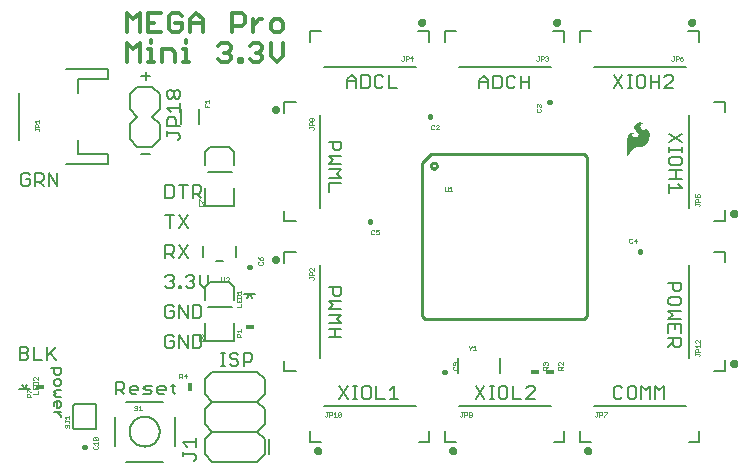
<source format=gbr>
G04 EAGLE Gerber RS-274X export*
G75*
%MOMM*%
%FSLAX34Y34*%
%LPD*%
%INSilkscreen Top*%
%IPPOS*%
%AMOC8*
5,1,8,0,0,1.08239X$1,22.5*%
G01*
%ADD10C,0.355600*%
%ADD11C,0.203200*%
%ADD12C,0.152400*%
%ADD13C,0.254000*%
%ADD14C,0.025400*%
%ADD15C,0.127000*%
%ADD16R,0.711200X0.406400*%
%ADD17C,0.406400*%
%ADD18R,0.406400X0.711200*%

G36*
X523250Y271681D02*
X523250Y271681D01*
X523254Y271679D01*
X523324Y271715D01*
X523334Y271720D01*
X523335Y271721D01*
X528207Y277203D01*
X529061Y277985D01*
X530051Y278574D01*
X530402Y278701D01*
X530770Y278766D01*
X533045Y278766D01*
X533050Y278768D01*
X533056Y278766D01*
X534420Y278890D01*
X534430Y278896D01*
X534442Y278894D01*
X535761Y279262D01*
X535769Y279270D01*
X535782Y279271D01*
X537012Y279871D01*
X537019Y279878D01*
X537030Y279881D01*
X538187Y280698D01*
X538192Y280706D01*
X538201Y280709D01*
X539232Y281681D01*
X539235Y281689D01*
X539241Y281691D01*
X539242Y281693D01*
X539244Y281694D01*
X540129Y282801D01*
X540131Y282811D01*
X540140Y282818D01*
X541087Y284499D01*
X541088Y284510D01*
X541096Y284520D01*
X541724Y286344D01*
X541723Y286355D01*
X541730Y286366D01*
X542018Y288273D01*
X542015Y288284D01*
X542020Y288296D01*
X542018Y288348D01*
X542010Y288600D01*
X542006Y288726D01*
X542006Y288727D01*
X541998Y288979D01*
X541990Y289232D01*
X541986Y289358D01*
X541978Y289610D01*
X541967Y289989D01*
X541959Y290224D01*
X541955Y290233D01*
X541957Y290245D01*
X541750Y291284D01*
X541745Y291292D01*
X541745Y291303D01*
X541387Y292300D01*
X541381Y292307D01*
X541380Y292318D01*
X540878Y293252D01*
X540869Y293259D01*
X540866Y293271D01*
X539959Y294408D01*
X539948Y294414D01*
X539941Y294427D01*
X538815Y295348D01*
X538772Y295360D01*
X538731Y295376D01*
X538726Y295374D01*
X538720Y295375D01*
X538682Y295354D01*
X538642Y295335D01*
X538639Y295329D01*
X538635Y295327D01*
X538627Y295298D01*
X538609Y295250D01*
X538609Y294370D01*
X538593Y294250D01*
X538549Y294147D01*
X538275Y293807D01*
X537914Y293559D01*
X537740Y293494D01*
X537202Y293436D01*
X536672Y293534D01*
X536184Y293783D01*
X535282Y294434D01*
X534870Y294788D01*
X534519Y295198D01*
X534236Y295656D01*
X534030Y296150D01*
X533971Y296450D01*
X533983Y296753D01*
X534140Y297272D01*
X534426Y297732D01*
X534821Y298102D01*
X535302Y298357D01*
X535792Y298496D01*
X536303Y298553D01*
X536906Y298553D01*
X536907Y298553D01*
X536929Y298562D01*
X536997Y298591D01*
X537032Y298683D01*
X537028Y298692D01*
X536994Y298768D01*
X536992Y298771D01*
X536991Y298772D01*
X536990Y298773D01*
X536969Y298793D01*
X536962Y298796D01*
X536958Y298804D01*
X536523Y299142D01*
X536508Y299146D01*
X536496Y299158D01*
X535992Y299379D01*
X535991Y299379D01*
X535635Y299531D01*
X535407Y299632D01*
X535397Y299633D01*
X535387Y299639D01*
X534509Y299859D01*
X534500Y299858D01*
X534490Y299862D01*
X533590Y299948D01*
X533580Y299944D01*
X533568Y299948D01*
X532700Y299882D01*
X532689Y299876D01*
X532676Y299877D01*
X531836Y299646D01*
X531826Y299638D01*
X531813Y299637D01*
X531033Y299249D01*
X531026Y299241D01*
X531015Y299238D01*
X530238Y298678D01*
X530234Y298671D01*
X530225Y298667D01*
X529529Y298009D01*
X529524Y297998D01*
X529513Y297990D01*
X529082Y297387D01*
X529079Y297372D01*
X529067Y297359D01*
X528800Y296667D01*
X528800Y296651D01*
X528792Y296636D01*
X528705Y295899D01*
X528710Y295884D01*
X528706Y295867D01*
X528805Y295132D01*
X528813Y295119D01*
X528813Y295102D01*
X529093Y294414D01*
X529102Y294405D01*
X529105Y294391D01*
X530292Y292633D01*
X530300Y292628D01*
X530304Y292617D01*
X531757Y291076D01*
X532127Y290641D01*
X532367Y290138D01*
X532469Y289590D01*
X532426Y289034D01*
X532240Y288509D01*
X531925Y288049D01*
X531500Y287684D01*
X530957Y287391D01*
X530371Y287193D01*
X529761Y287096D01*
X529050Y287131D01*
X528372Y287338D01*
X527766Y287703D01*
X527453Y288031D01*
X527247Y288435D01*
X527154Y288851D01*
X527154Y289279D01*
X527247Y289694D01*
X527319Y289832D01*
X527437Y289946D01*
X528261Y290545D01*
X528394Y290616D01*
X528532Y290644D01*
X528690Y290628D01*
X528733Y290642D01*
X528778Y290653D01*
X528780Y290657D01*
X528784Y290658D01*
X528804Y290699D01*
X528827Y290738D01*
X528826Y290742D01*
X528828Y290746D01*
X528813Y290789D01*
X528800Y290833D01*
X528797Y290835D01*
X528796Y290839D01*
X528758Y290858D01*
X528722Y290879D01*
X528239Y290955D01*
X528234Y290954D01*
X528229Y290956D01*
X527289Y291029D01*
X527280Y291026D01*
X527269Y291029D01*
X526329Y290956D01*
X526319Y290951D01*
X526307Y290952D01*
X525608Y290768D01*
X525598Y290760D01*
X525584Y290759D01*
X524936Y290438D01*
X524928Y290429D01*
X524914Y290425D01*
X524344Y289980D01*
X524338Y289969D01*
X524326Y289963D01*
X523856Y289413D01*
X523852Y289401D01*
X523841Y289392D01*
X523440Y288660D01*
X523439Y288647D01*
X523430Y288636D01*
X523190Y287837D01*
X523191Y287824D01*
X523185Y287811D01*
X523115Y286980D01*
X523117Y286974D01*
X523115Y286969D01*
X523115Y271805D01*
X523117Y271800D01*
X523115Y271796D01*
X523136Y271756D01*
X523153Y271714D01*
X523158Y271713D01*
X523160Y271708D01*
X523203Y271695D01*
X523245Y271679D01*
X523250Y271681D01*
G37*
D10*
X99568Y376428D02*
X99568Y392189D01*
X104822Y386936D01*
X110076Y392189D01*
X110076Y376428D01*
X117343Y392189D02*
X127850Y392189D01*
X117343Y392189D02*
X117343Y376428D01*
X127850Y376428D01*
X122597Y384309D02*
X117343Y384309D01*
X142998Y392189D02*
X145625Y389563D01*
X142998Y392189D02*
X137745Y392189D01*
X135118Y389563D01*
X135118Y379055D01*
X137745Y376428D01*
X142998Y376428D01*
X145625Y379055D01*
X145625Y384309D01*
X140372Y384309D01*
X152893Y386936D02*
X152893Y376428D01*
X152893Y386936D02*
X158146Y392189D01*
X163400Y386936D01*
X163400Y376428D01*
X163400Y384309D02*
X152893Y384309D01*
X188442Y392189D02*
X188442Y376428D01*
X188442Y392189D02*
X196323Y392189D01*
X198950Y389563D01*
X198950Y384309D01*
X196323Y381682D01*
X188442Y381682D01*
X206217Y376428D02*
X206217Y386936D01*
X206217Y381682D02*
X211471Y386936D01*
X214098Y386936D01*
X223656Y376428D02*
X228910Y376428D01*
X231537Y379055D01*
X231537Y384309D01*
X228910Y386936D01*
X223656Y386936D01*
X221029Y384309D01*
X221029Y379055D01*
X223656Y376428D01*
D11*
X17024Y255024D02*
X15245Y256803D01*
X11686Y256803D01*
X9906Y255024D01*
X9906Y247906D01*
X11686Y246126D01*
X15245Y246126D01*
X17024Y247906D01*
X17024Y251465D01*
X13465Y251465D01*
X21600Y256803D02*
X21600Y246126D01*
X21600Y256803D02*
X26939Y256803D01*
X28718Y255024D01*
X28718Y251465D01*
X26939Y249685D01*
X21600Y249685D01*
X25159Y249685D02*
X28718Y246126D01*
X33294Y246126D02*
X33294Y256803D01*
X40412Y246126D01*
X40412Y256803D01*
X8636Y109483D02*
X8636Y98806D01*
X8636Y109483D02*
X13975Y109483D01*
X15754Y107704D01*
X15754Y105924D01*
X13975Y104145D01*
X15754Y102365D01*
X15754Y100586D01*
X13975Y98806D01*
X8636Y98806D01*
X8636Y104145D02*
X13975Y104145D01*
X20330Y109483D02*
X20330Y98806D01*
X27448Y98806D01*
X32024Y98806D02*
X32024Y109483D01*
X32024Y102365D02*
X39142Y109483D01*
X33803Y104145D02*
X39142Y98806D01*
X131826Y235966D02*
X131826Y246643D01*
X131826Y235966D02*
X137165Y235966D01*
X138944Y237746D01*
X138944Y244864D01*
X137165Y246643D01*
X131826Y246643D01*
X147079Y246643D02*
X147079Y235966D01*
X143520Y246643D02*
X150638Y246643D01*
X155214Y246643D02*
X155214Y235966D01*
X155214Y246643D02*
X160553Y246643D01*
X162332Y244864D01*
X162332Y241305D01*
X160553Y239525D01*
X155214Y239525D01*
X158773Y239525D02*
X162332Y235966D01*
X135385Y221243D02*
X135385Y210566D01*
X131826Y221243D02*
X138944Y221243D01*
X143520Y221243D02*
X150638Y210566D01*
X143520Y210566D02*
X150638Y221243D01*
X131826Y195843D02*
X131826Y185166D01*
X131826Y195843D02*
X137165Y195843D01*
X138944Y194064D01*
X138944Y190505D01*
X137165Y188725D01*
X131826Y188725D01*
X135385Y188725D02*
X138944Y185166D01*
X143520Y195843D02*
X150638Y185166D01*
X143520Y185166D02*
X150638Y195843D01*
X133606Y170443D02*
X131826Y168664D01*
X133606Y170443D02*
X137165Y170443D01*
X138944Y168664D01*
X138944Y166884D01*
X137165Y165105D01*
X135385Y165105D01*
X137165Y165105D02*
X138944Y163325D01*
X138944Y161546D01*
X137165Y159766D01*
X133606Y159766D01*
X131826Y161546D01*
X143520Y161546D02*
X143520Y159766D01*
X143520Y161546D02*
X145299Y161546D01*
X145299Y159766D01*
X143520Y159766D01*
X149367Y168664D02*
X151146Y170443D01*
X154706Y170443D01*
X156485Y168664D01*
X156485Y166884D01*
X154706Y165105D01*
X152926Y165105D01*
X154706Y165105D02*
X156485Y163325D01*
X156485Y161546D01*
X154706Y159766D01*
X151146Y159766D01*
X149367Y161546D01*
X161061Y163325D02*
X161061Y170443D01*
X161061Y163325D02*
X164620Y159766D01*
X168179Y163325D01*
X168179Y170443D01*
X138944Y143264D02*
X137165Y145043D01*
X133606Y145043D01*
X131826Y143264D01*
X131826Y136146D01*
X133606Y134366D01*
X137165Y134366D01*
X138944Y136146D01*
X138944Y139705D01*
X135385Y139705D01*
X143520Y145043D02*
X143520Y134366D01*
X150638Y134366D02*
X143520Y145043D01*
X150638Y145043D02*
X150638Y134366D01*
X155214Y134366D02*
X155214Y145043D01*
X155214Y134366D02*
X160553Y134366D01*
X162332Y136146D01*
X162332Y143264D01*
X160553Y145043D01*
X155214Y145043D01*
X137165Y119643D02*
X138944Y117864D01*
X137165Y119643D02*
X133606Y119643D01*
X131826Y117864D01*
X131826Y110746D01*
X133606Y108966D01*
X137165Y108966D01*
X138944Y110746D01*
X138944Y114305D01*
X135385Y114305D01*
X143520Y119643D02*
X143520Y108966D01*
X150638Y108966D02*
X143520Y119643D01*
X150638Y119643D02*
X150638Y108966D01*
X155214Y108966D02*
X155214Y119643D01*
X155214Y108966D02*
X160553Y108966D01*
X162332Y110746D01*
X162332Y117864D01*
X160553Y119643D01*
X155214Y119643D01*
X89916Y80273D02*
X89916Y69596D01*
X89916Y80273D02*
X95255Y80273D01*
X97034Y78494D01*
X97034Y74935D01*
X95255Y73155D01*
X89916Y73155D01*
X93475Y73155D02*
X97034Y69596D01*
X103389Y69596D02*
X106949Y69596D01*
X103389Y69596D02*
X101610Y71376D01*
X101610Y74935D01*
X103389Y76714D01*
X106949Y76714D01*
X108728Y74935D01*
X108728Y73155D01*
X101610Y73155D01*
X113304Y69596D02*
X118643Y69596D01*
X120422Y71376D01*
X118643Y73155D01*
X115083Y73155D01*
X113304Y74935D01*
X115083Y76714D01*
X120422Y76714D01*
X126777Y69596D02*
X130336Y69596D01*
X126777Y69596D02*
X124998Y71376D01*
X124998Y74935D01*
X126777Y76714D01*
X130336Y76714D01*
X132116Y74935D01*
X132116Y73155D01*
X124998Y73155D01*
X138471Y71376D02*
X138471Y78494D01*
X138471Y71376D02*
X140251Y69596D01*
X140251Y76714D02*
X136692Y76714D01*
X178816Y93726D02*
X182375Y93726D01*
X180596Y93726D02*
X180596Y104403D01*
X182375Y104403D02*
X178816Y104403D01*
X191951Y104403D02*
X193730Y102624D01*
X191951Y104403D02*
X188391Y104403D01*
X186612Y102624D01*
X186612Y100844D01*
X188391Y99065D01*
X191951Y99065D01*
X193730Y97285D01*
X193730Y95506D01*
X191951Y93726D01*
X188391Y93726D01*
X186612Y95506D01*
X198306Y93726D02*
X198306Y104403D01*
X203645Y104403D01*
X205424Y102624D01*
X205424Y99065D01*
X203645Y97285D01*
X198306Y97285D01*
X118624Y339095D02*
X111506Y339095D01*
X115065Y342654D02*
X115065Y335536D01*
X111506Y273055D02*
X118624Y273055D01*
X516895Y76463D02*
X518674Y74684D01*
X516895Y76463D02*
X513336Y76463D01*
X511556Y74684D01*
X511556Y67566D01*
X513336Y65786D01*
X516895Y65786D01*
X518674Y67566D01*
X525029Y76463D02*
X528589Y76463D01*
X525029Y76463D02*
X523250Y74684D01*
X523250Y67566D01*
X525029Y65786D01*
X528589Y65786D01*
X530368Y67566D01*
X530368Y74684D01*
X528589Y76463D01*
X534944Y76463D02*
X534944Y65786D01*
X538503Y72904D02*
X534944Y76463D01*
X538503Y72904D02*
X542062Y76463D01*
X542062Y65786D01*
X546638Y65786D02*
X546638Y76463D01*
X550197Y72904D01*
X553756Y76463D01*
X553756Y65786D01*
X280933Y283464D02*
X270256Y283464D01*
X280933Y283464D02*
X280933Y278125D01*
X279154Y276346D01*
X275595Y276346D01*
X273815Y278125D01*
X273815Y283464D01*
X270256Y271770D02*
X280933Y271770D01*
X273815Y268211D02*
X270256Y271770D01*
X273815Y268211D02*
X270256Y264652D01*
X280933Y264652D01*
X280933Y260076D02*
X270256Y260076D01*
X277374Y256517D02*
X280933Y260076D01*
X277374Y256517D02*
X280933Y252958D01*
X270256Y252958D01*
X270256Y248382D02*
X280933Y248382D01*
X270256Y248382D02*
X270256Y241264D01*
X270256Y160274D02*
X280933Y160274D01*
X280933Y154935D01*
X279154Y153156D01*
X275595Y153156D01*
X273815Y154935D01*
X273815Y160274D01*
X270256Y148580D02*
X280933Y148580D01*
X273815Y145021D02*
X270256Y148580D01*
X273815Y145021D02*
X270256Y141462D01*
X280933Y141462D01*
X280933Y136886D02*
X270256Y136886D01*
X277374Y133327D02*
X280933Y136886D01*
X277374Y133327D02*
X280933Y129768D01*
X270256Y129768D01*
X270256Y125192D02*
X280933Y125192D01*
X275595Y125192D02*
X275595Y118074D01*
X280933Y118074D02*
X270256Y118074D01*
X558546Y283204D02*
X569223Y290322D01*
X569223Y283204D02*
X558546Y290322D01*
X558546Y278628D02*
X558546Y275069D01*
X558546Y276849D02*
X569223Y276849D01*
X569223Y278628D02*
X569223Y275069D01*
X569223Y269053D02*
X569223Y265494D01*
X569223Y269053D02*
X567444Y270832D01*
X560326Y270832D01*
X558546Y269053D01*
X558546Y265494D01*
X560326Y263714D01*
X567444Y263714D01*
X569223Y265494D01*
X569223Y259138D02*
X558546Y259138D01*
X563885Y259138D02*
X563885Y252020D01*
X569223Y252020D02*
X558546Y252020D01*
X565664Y247444D02*
X569223Y243885D01*
X558546Y243885D01*
X558546Y247444D02*
X558546Y240326D01*
X518674Y328930D02*
X511556Y339607D01*
X518674Y339607D02*
X511556Y328930D01*
X523250Y328930D02*
X526809Y328930D01*
X525029Y328930D02*
X525029Y339607D01*
X523250Y339607D02*
X526809Y339607D01*
X532825Y339607D02*
X536385Y339607D01*
X532825Y339607D02*
X531046Y337828D01*
X531046Y330710D01*
X532825Y328930D01*
X536385Y328930D01*
X538164Y330710D01*
X538164Y337828D01*
X536385Y339607D01*
X542740Y339607D02*
X542740Y328930D01*
X542740Y334269D02*
X549858Y334269D01*
X549858Y339607D02*
X549858Y328930D01*
X554434Y328930D02*
X561552Y328930D01*
X554434Y328930D02*
X561552Y336048D01*
X561552Y337828D01*
X559772Y339607D01*
X556213Y339607D01*
X554434Y337828D01*
X397764Y335794D02*
X397764Y328676D01*
X397764Y335794D02*
X401323Y339353D01*
X404882Y335794D01*
X404882Y328676D01*
X404882Y334015D02*
X397764Y334015D01*
X409458Y339353D02*
X409458Y328676D01*
X414797Y328676D01*
X416576Y330456D01*
X416576Y337574D01*
X414797Y339353D01*
X409458Y339353D01*
X426491Y339353D02*
X428270Y337574D01*
X426491Y339353D02*
X422931Y339353D01*
X421152Y337574D01*
X421152Y330456D01*
X422931Y328676D01*
X426491Y328676D01*
X428270Y330456D01*
X432846Y328676D02*
X432846Y339353D01*
X432846Y334015D02*
X439964Y334015D01*
X439964Y339353D02*
X439964Y328676D01*
X286004Y329184D02*
X286004Y336302D01*
X289563Y339861D01*
X293122Y336302D01*
X293122Y329184D01*
X293122Y334523D02*
X286004Y334523D01*
X297698Y339861D02*
X297698Y329184D01*
X303037Y329184D01*
X304816Y330964D01*
X304816Y338082D01*
X303037Y339861D01*
X297698Y339861D01*
X314731Y339861D02*
X316510Y338082D01*
X314731Y339861D02*
X311171Y339861D01*
X309392Y338082D01*
X309392Y330964D01*
X311171Y329184D01*
X314731Y329184D01*
X316510Y330964D01*
X321086Y329184D02*
X321086Y339861D01*
X321086Y329184D02*
X328204Y329184D01*
X557784Y163830D02*
X568461Y163830D01*
X568461Y158491D01*
X566682Y156712D01*
X563123Y156712D01*
X561343Y158491D01*
X561343Y163830D01*
X568461Y150357D02*
X568461Y146797D01*
X568461Y150357D02*
X566682Y152136D01*
X559564Y152136D01*
X557784Y150357D01*
X557784Y146797D01*
X559564Y145018D01*
X566682Y145018D01*
X568461Y146797D01*
X568461Y140442D02*
X557784Y140442D01*
X561343Y136883D01*
X557784Y133324D01*
X568461Y133324D01*
X568461Y128748D02*
X568461Y121630D01*
X568461Y128748D02*
X557784Y128748D01*
X557784Y121630D01*
X563123Y125189D02*
X563123Y128748D01*
X568461Y117054D02*
X557784Y117054D01*
X568461Y117054D02*
X568461Y111716D01*
X566682Y109936D01*
X563123Y109936D01*
X561343Y111716D01*
X561343Y117054D01*
X561343Y113495D02*
X557784Y109936D01*
X286264Y65786D02*
X279146Y76463D01*
X286264Y76463D02*
X279146Y65786D01*
X290840Y65786D02*
X294399Y65786D01*
X292619Y65786D02*
X292619Y76463D01*
X290840Y76463D02*
X294399Y76463D01*
X300415Y76463D02*
X303975Y76463D01*
X300415Y76463D02*
X298636Y74684D01*
X298636Y67566D01*
X300415Y65786D01*
X303975Y65786D01*
X305754Y67566D01*
X305754Y74684D01*
X303975Y76463D01*
X310330Y76463D02*
X310330Y65786D01*
X317448Y65786D01*
X322024Y72904D02*
X325583Y76463D01*
X325583Y65786D01*
X322024Y65786D02*
X329142Y65786D01*
X394716Y76463D02*
X401834Y65786D01*
X394716Y65786D02*
X401834Y76463D01*
X406410Y65786D02*
X409969Y65786D01*
X408189Y65786D02*
X408189Y76463D01*
X406410Y76463D02*
X409969Y76463D01*
X415985Y76463D02*
X419545Y76463D01*
X415985Y76463D02*
X414206Y74684D01*
X414206Y67566D01*
X415985Y65786D01*
X419545Y65786D01*
X421324Y67566D01*
X421324Y74684D01*
X419545Y76463D01*
X425900Y76463D02*
X425900Y65786D01*
X433018Y65786D01*
X437594Y65786D02*
X444712Y65786D01*
X437594Y65786D02*
X444712Y72904D01*
X444712Y74684D01*
X442932Y76463D01*
X439373Y76463D01*
X437594Y74684D01*
D12*
X43354Y91948D02*
X34711Y91948D01*
X43354Y91948D02*
X43354Y87626D01*
X41914Y86186D01*
X39033Y86186D01*
X37592Y87626D01*
X37592Y91948D01*
X37592Y81152D02*
X37592Y78271D01*
X39033Y76831D01*
X41914Y76831D01*
X43354Y78271D01*
X43354Y81152D01*
X41914Y82593D01*
X39033Y82593D01*
X37592Y81152D01*
X39033Y73238D02*
X43354Y73238D01*
X39033Y73238D02*
X37592Y71797D01*
X39033Y70357D01*
X37592Y68916D01*
X39033Y67475D01*
X43354Y67475D01*
X37592Y62442D02*
X37592Y59561D01*
X37592Y62442D02*
X39033Y63882D01*
X41914Y63882D01*
X43354Y62442D01*
X43354Y59561D01*
X41914Y58120D01*
X40473Y58120D01*
X40473Y63882D01*
X37592Y54527D02*
X43354Y54527D01*
X40473Y54527D02*
X43354Y51646D01*
X43354Y50206D01*
D10*
X99568Y351028D02*
X99568Y366789D01*
X104822Y361536D01*
X110076Y366789D01*
X110076Y351028D01*
X117343Y361536D02*
X119970Y361536D01*
X119970Y351028D01*
X117343Y351028D02*
X122597Y351028D01*
X119970Y366789D02*
X119970Y369416D01*
X129193Y361536D02*
X129193Y351028D01*
X129193Y361536D02*
X137073Y361536D01*
X139700Y358909D01*
X139700Y351028D01*
X146968Y361536D02*
X149595Y361536D01*
X149595Y351028D01*
X152221Y351028D02*
X146968Y351028D01*
X149595Y366789D02*
X149595Y369416D01*
X176592Y364163D02*
X179219Y366789D01*
X184473Y366789D01*
X187100Y364163D01*
X187100Y361536D01*
X184473Y358909D01*
X181846Y358909D01*
X184473Y358909D02*
X187100Y356282D01*
X187100Y353655D01*
X184473Y351028D01*
X179219Y351028D01*
X176592Y353655D01*
X194367Y353655D02*
X194367Y351028D01*
X194367Y353655D02*
X196994Y353655D01*
X196994Y351028D01*
X194367Y351028D01*
X203255Y364163D02*
X205882Y366789D01*
X211135Y366789D01*
X213762Y364163D01*
X213762Y361536D01*
X211135Y358909D01*
X208508Y358909D01*
X211135Y358909D02*
X213762Y356282D01*
X213762Y353655D01*
X211135Y351028D01*
X205882Y351028D01*
X203255Y353655D01*
X221029Y356282D02*
X221029Y366789D01*
X221029Y356282D02*
X226283Y351028D01*
X231537Y356282D01*
X231537Y366789D01*
D13*
X349100Y265700D02*
X356600Y273200D01*
X486600Y273200D01*
X489100Y270700D01*
X489100Y135700D01*
X486600Y133200D01*
X351600Y133200D01*
X349100Y135700D01*
X349100Y265700D01*
X356601Y263200D02*
X356603Y263299D01*
X356609Y263399D01*
X356619Y263497D01*
X356633Y263596D01*
X356650Y263694D01*
X356672Y263791D01*
X356697Y263887D01*
X356726Y263982D01*
X356759Y264075D01*
X356796Y264168D01*
X356836Y264259D01*
X356880Y264348D01*
X356928Y264435D01*
X356978Y264521D01*
X357033Y264604D01*
X357090Y264685D01*
X357151Y264764D01*
X357214Y264840D01*
X357281Y264914D01*
X357351Y264985D01*
X357423Y265053D01*
X357498Y265118D01*
X357575Y265180D01*
X357655Y265239D01*
X357738Y265295D01*
X357822Y265347D01*
X357908Y265397D01*
X357997Y265442D01*
X358087Y265484D01*
X358178Y265523D01*
X358271Y265558D01*
X358366Y265589D01*
X358461Y265616D01*
X358558Y265639D01*
X358655Y265659D01*
X358753Y265675D01*
X358852Y265687D01*
X358951Y265695D01*
X359050Y265699D01*
X359150Y265699D01*
X359249Y265695D01*
X359348Y265687D01*
X359447Y265675D01*
X359545Y265659D01*
X359642Y265639D01*
X359739Y265616D01*
X359834Y265589D01*
X359929Y265558D01*
X360022Y265523D01*
X360113Y265484D01*
X360203Y265442D01*
X360292Y265397D01*
X360378Y265347D01*
X360462Y265295D01*
X360545Y265239D01*
X360625Y265180D01*
X360702Y265118D01*
X360777Y265053D01*
X360849Y264985D01*
X360919Y264914D01*
X360986Y264840D01*
X361049Y264764D01*
X361110Y264685D01*
X361167Y264604D01*
X361222Y264521D01*
X361272Y264435D01*
X361320Y264348D01*
X361364Y264259D01*
X361404Y264168D01*
X361441Y264075D01*
X361474Y263982D01*
X361503Y263887D01*
X361528Y263791D01*
X361550Y263694D01*
X361567Y263596D01*
X361581Y263497D01*
X361591Y263399D01*
X361597Y263299D01*
X361599Y263200D01*
X361597Y263101D01*
X361591Y263001D01*
X361581Y262903D01*
X361567Y262804D01*
X361550Y262706D01*
X361528Y262609D01*
X361503Y262513D01*
X361474Y262418D01*
X361441Y262325D01*
X361404Y262232D01*
X361364Y262141D01*
X361320Y262052D01*
X361272Y261965D01*
X361222Y261879D01*
X361167Y261796D01*
X361110Y261715D01*
X361049Y261636D01*
X360986Y261560D01*
X360919Y261486D01*
X360849Y261415D01*
X360777Y261347D01*
X360702Y261282D01*
X360625Y261220D01*
X360545Y261161D01*
X360462Y261105D01*
X360378Y261053D01*
X360292Y261003D01*
X360203Y260958D01*
X360113Y260916D01*
X360022Y260877D01*
X359929Y260842D01*
X359834Y260811D01*
X359739Y260784D01*
X359642Y260761D01*
X359545Y260741D01*
X359447Y260725D01*
X359348Y260713D01*
X359249Y260705D01*
X359150Y260701D01*
X359050Y260701D01*
X358951Y260705D01*
X358852Y260713D01*
X358753Y260725D01*
X358655Y260741D01*
X358558Y260761D01*
X358461Y260784D01*
X358366Y260811D01*
X358271Y260842D01*
X358178Y260877D01*
X358087Y260916D01*
X357997Y260958D01*
X357908Y261003D01*
X357822Y261053D01*
X357738Y261105D01*
X357655Y261161D01*
X357575Y261220D01*
X357498Y261282D01*
X357423Y261347D01*
X357351Y261415D01*
X357281Y261486D01*
X357214Y261560D01*
X357151Y261636D01*
X357090Y261715D01*
X357033Y261796D01*
X356978Y261879D01*
X356928Y261965D01*
X356880Y262052D01*
X356836Y262141D01*
X356796Y262232D01*
X356759Y262325D01*
X356726Y262418D01*
X356697Y262513D01*
X356672Y262609D01*
X356650Y262706D01*
X356633Y262804D01*
X356619Y262903D01*
X356609Y263001D01*
X356603Y263101D01*
X356601Y263200D01*
D14*
X368427Y245240D02*
X368427Y242063D01*
X369063Y241427D01*
X370334Y241427D01*
X370969Y242063D01*
X370969Y245240D01*
X372169Y243969D02*
X373440Y245240D01*
X373440Y241427D01*
X372169Y241427D02*
X374711Y241427D01*
D11*
X215900Y19050D02*
X209550Y12700D01*
X215900Y31750D02*
X209550Y38100D01*
X215900Y44450D01*
X215900Y57150D02*
X209550Y63500D01*
X215900Y69850D01*
X215900Y82550D02*
X209550Y88900D01*
X209550Y12700D02*
X171450Y12700D01*
X165100Y19050D01*
X165100Y31750D01*
X171450Y38100D01*
X165100Y44450D01*
X165100Y57150D01*
X171450Y63500D01*
X165100Y69850D01*
X165100Y82550D01*
X171450Y88900D01*
X171450Y38100D02*
X209550Y38100D01*
X209550Y63500D02*
X171450Y63500D01*
X171450Y88900D02*
X209550Y88900D01*
X215900Y82550D02*
X215900Y69850D01*
X215900Y57150D02*
X215900Y44450D01*
X215900Y31750D02*
X215900Y19050D01*
X219250Y19050D02*
X219250Y31750D01*
D15*
X158115Y15242D02*
X156208Y13335D01*
X158115Y15242D02*
X158115Y17148D01*
X156208Y19055D01*
X146675Y19055D01*
X146675Y17148D02*
X146675Y20962D01*
X150489Y25029D02*
X146675Y28842D01*
X158115Y28842D01*
X158115Y25029D02*
X158115Y32655D01*
D11*
X415510Y87480D02*
X415510Y100480D01*
X379510Y100480D02*
X379510Y87480D01*
D14*
X388747Y109985D02*
X388747Y110620D01*
X388747Y109985D02*
X390018Y108714D01*
X391289Y109985D01*
X391289Y110620D01*
X390018Y108714D02*
X390018Y106807D01*
X392489Y109349D02*
X393760Y110620D01*
X393760Y106807D01*
X392489Y106807D02*
X395031Y106807D01*
D11*
X207800Y154100D02*
X203200Y154100D01*
X198600Y154100D01*
X203200Y154100D02*
X205538Y151000D01*
X202946Y153946D02*
X201016Y151000D01*
D14*
X196088Y143637D02*
X192275Y143637D01*
X196088Y143637D02*
X196088Y146179D01*
X192275Y147379D02*
X192275Y149921D01*
X192275Y147379D02*
X196088Y147379D01*
X196088Y149921D01*
X194181Y148650D02*
X194181Y147379D01*
X192275Y151121D02*
X196088Y151121D01*
X196088Y153028D01*
X195452Y153663D01*
X192910Y153663D01*
X192275Y153028D01*
X192275Y151121D01*
X193546Y154863D02*
X192275Y156134D01*
X196088Y156134D01*
X196088Y154863D02*
X196088Y157405D01*
D16*
X203200Y127000D03*
D14*
X196088Y118237D02*
X192275Y118237D01*
X192275Y120144D01*
X192910Y120779D01*
X194181Y120779D01*
X194817Y120144D01*
X194817Y118237D01*
X194817Y119508D02*
X196088Y120779D01*
X193546Y121979D02*
X192275Y123250D01*
X196088Y123250D01*
X196088Y121979D02*
X196088Y124521D01*
D16*
X457200Y88900D03*
D14*
X464309Y90433D02*
X468122Y90433D01*
X464309Y90433D02*
X464309Y92339D01*
X464944Y92975D01*
X466215Y92975D01*
X466851Y92339D01*
X466851Y90433D01*
X466851Y91704D02*
X468122Y92975D01*
X468122Y94175D02*
X468122Y96717D01*
X468122Y94175D02*
X465580Y96717D01*
X464944Y96717D01*
X464309Y96082D01*
X464309Y94810D01*
X464944Y94175D01*
D16*
X444500Y88900D03*
D14*
X451609Y90433D02*
X455422Y90433D01*
X451609Y90433D02*
X451609Y92339D01*
X452244Y92975D01*
X453515Y92975D01*
X454151Y92339D01*
X454151Y90433D01*
X454151Y91704D02*
X455422Y92975D01*
X452244Y94175D02*
X451609Y94810D01*
X451609Y96082D01*
X452244Y96717D01*
X452880Y96717D01*
X453515Y96082D01*
X453515Y95446D01*
X453515Y96082D02*
X454151Y96717D01*
X454786Y96717D01*
X455422Y96082D01*
X455422Y94810D01*
X454786Y94175D01*
D11*
X88900Y50800D02*
X88900Y25700D01*
X98900Y63500D02*
X129700Y63500D01*
X139700Y50500D02*
X139700Y25700D01*
X129700Y12700D02*
X98900Y12700D01*
X101600Y38100D02*
X101604Y38412D01*
X101615Y38723D01*
X101634Y39034D01*
X101661Y39345D01*
X101696Y39655D01*
X101737Y39963D01*
X101787Y40271D01*
X101844Y40578D01*
X101909Y40883D01*
X101981Y41186D01*
X102060Y41487D01*
X102147Y41787D01*
X102241Y42084D01*
X102342Y42379D01*
X102451Y42671D01*
X102567Y42960D01*
X102690Y43247D01*
X102819Y43530D01*
X102956Y43810D01*
X103100Y44087D01*
X103250Y44360D01*
X103407Y44629D01*
X103570Y44894D01*
X103740Y45156D01*
X103917Y45413D01*
X104099Y45665D01*
X104288Y45913D01*
X104483Y46157D01*
X104683Y46395D01*
X104890Y46629D01*
X105102Y46857D01*
X105320Y47080D01*
X105543Y47298D01*
X105771Y47510D01*
X106005Y47717D01*
X106243Y47917D01*
X106487Y48112D01*
X106735Y48301D01*
X106987Y48483D01*
X107244Y48660D01*
X107506Y48830D01*
X107771Y48993D01*
X108040Y49150D01*
X108313Y49300D01*
X108590Y49444D01*
X108870Y49581D01*
X109153Y49710D01*
X109440Y49833D01*
X109729Y49949D01*
X110021Y50058D01*
X110316Y50159D01*
X110613Y50253D01*
X110913Y50340D01*
X111214Y50419D01*
X111517Y50491D01*
X111822Y50556D01*
X112129Y50613D01*
X112437Y50663D01*
X112745Y50704D01*
X113055Y50739D01*
X113366Y50766D01*
X113677Y50785D01*
X113988Y50796D01*
X114300Y50800D01*
X114612Y50796D01*
X114923Y50785D01*
X115234Y50766D01*
X115545Y50739D01*
X115855Y50704D01*
X116163Y50663D01*
X116471Y50613D01*
X116778Y50556D01*
X117083Y50491D01*
X117386Y50419D01*
X117687Y50340D01*
X117987Y50253D01*
X118284Y50159D01*
X118579Y50058D01*
X118871Y49949D01*
X119160Y49833D01*
X119447Y49710D01*
X119730Y49581D01*
X120010Y49444D01*
X120287Y49300D01*
X120560Y49150D01*
X120829Y48993D01*
X121094Y48830D01*
X121356Y48660D01*
X121613Y48483D01*
X121865Y48301D01*
X122113Y48112D01*
X122357Y47917D01*
X122595Y47717D01*
X122829Y47510D01*
X123057Y47298D01*
X123280Y47080D01*
X123498Y46857D01*
X123710Y46629D01*
X123917Y46395D01*
X124117Y46157D01*
X124312Y45913D01*
X124501Y45665D01*
X124683Y45413D01*
X124860Y45156D01*
X125030Y44894D01*
X125193Y44629D01*
X125350Y44360D01*
X125500Y44087D01*
X125644Y43810D01*
X125781Y43530D01*
X125910Y43247D01*
X126033Y42960D01*
X126149Y42671D01*
X126258Y42379D01*
X126359Y42084D01*
X126453Y41787D01*
X126540Y41487D01*
X126619Y41186D01*
X126691Y40883D01*
X126756Y40578D01*
X126813Y40271D01*
X126863Y39963D01*
X126904Y39655D01*
X126939Y39345D01*
X126966Y39034D01*
X126985Y38723D01*
X126996Y38412D01*
X127000Y38100D01*
X126996Y37788D01*
X126985Y37477D01*
X126966Y37166D01*
X126939Y36855D01*
X126904Y36545D01*
X126863Y36237D01*
X126813Y35929D01*
X126756Y35622D01*
X126691Y35317D01*
X126619Y35014D01*
X126540Y34713D01*
X126453Y34413D01*
X126359Y34116D01*
X126258Y33821D01*
X126149Y33529D01*
X126033Y33240D01*
X125910Y32953D01*
X125781Y32670D01*
X125644Y32390D01*
X125500Y32113D01*
X125350Y31840D01*
X125193Y31571D01*
X125030Y31306D01*
X124860Y31044D01*
X124683Y30787D01*
X124501Y30535D01*
X124312Y30287D01*
X124117Y30043D01*
X123917Y29805D01*
X123710Y29571D01*
X123498Y29343D01*
X123280Y29120D01*
X123057Y28902D01*
X122829Y28690D01*
X122595Y28483D01*
X122357Y28283D01*
X122113Y28088D01*
X121865Y27899D01*
X121613Y27717D01*
X121356Y27540D01*
X121094Y27370D01*
X120829Y27207D01*
X120560Y27050D01*
X120287Y26900D01*
X120010Y26756D01*
X119730Y26619D01*
X119447Y26490D01*
X119160Y26367D01*
X118871Y26251D01*
X118579Y26142D01*
X118284Y26041D01*
X117987Y25947D01*
X117687Y25860D01*
X117386Y25781D01*
X117083Y25709D01*
X116778Y25644D01*
X116471Y25587D01*
X116163Y25537D01*
X115855Y25496D01*
X115545Y25461D01*
X115234Y25434D01*
X114923Y25415D01*
X114612Y25404D01*
X114300Y25400D01*
X113988Y25404D01*
X113677Y25415D01*
X113366Y25434D01*
X113055Y25461D01*
X112745Y25496D01*
X112437Y25537D01*
X112129Y25587D01*
X111822Y25644D01*
X111517Y25709D01*
X111214Y25781D01*
X110913Y25860D01*
X110613Y25947D01*
X110316Y26041D01*
X110021Y26142D01*
X109729Y26251D01*
X109440Y26367D01*
X109153Y26490D01*
X108870Y26619D01*
X108590Y26756D01*
X108313Y26900D01*
X108040Y27050D01*
X107771Y27207D01*
X107506Y27370D01*
X107244Y27540D01*
X106987Y27717D01*
X106735Y27899D01*
X106487Y28088D01*
X106243Y28283D01*
X106005Y28483D01*
X105771Y28690D01*
X105543Y28902D01*
X105320Y29120D01*
X105102Y29343D01*
X104890Y29571D01*
X104683Y29805D01*
X104483Y30043D01*
X104288Y30287D01*
X104099Y30535D01*
X103917Y30787D01*
X103740Y31044D01*
X103570Y31306D01*
X103407Y31571D01*
X103250Y31840D01*
X103100Y32113D01*
X102956Y32390D01*
X102819Y32670D01*
X102690Y32953D01*
X102567Y33240D01*
X102451Y33529D01*
X102342Y33821D01*
X102241Y34116D01*
X102147Y34413D01*
X102060Y34713D01*
X101981Y35014D01*
X101909Y35317D01*
X101844Y35622D01*
X101787Y35929D01*
X101737Y36237D01*
X101696Y36545D01*
X101661Y36855D01*
X101634Y37166D01*
X101615Y37477D01*
X101604Y37788D01*
X101600Y38100D01*
D14*
X108079Y59185D02*
X107444Y59820D01*
X106173Y59820D01*
X105537Y59185D01*
X105537Y58549D01*
X106173Y57914D01*
X107444Y57914D01*
X108079Y57278D01*
X108079Y56643D01*
X107444Y56007D01*
X106173Y56007D01*
X105537Y56643D01*
X109279Y58549D02*
X110550Y59820D01*
X110550Y56007D01*
X109279Y56007D02*
X111821Y56007D01*
D17*
X355600Y304495D02*
X355600Y305105D01*
D14*
X359039Y297691D02*
X359675Y297056D01*
X359039Y297691D02*
X357768Y297691D01*
X357133Y297056D01*
X357133Y294514D01*
X357768Y293878D01*
X359039Y293878D01*
X359675Y294514D01*
X360875Y293878D02*
X363417Y293878D01*
X360875Y293878D02*
X363417Y296420D01*
X363417Y297056D01*
X362782Y297691D01*
X361510Y297691D01*
X360875Y297056D01*
D17*
X456895Y317500D02*
X457505Y317500D01*
D14*
X446910Y311279D02*
X446275Y310644D01*
X446275Y309373D01*
X446910Y308737D01*
X449452Y308737D01*
X450088Y309373D01*
X450088Y310644D01*
X449452Y311279D01*
X446910Y312479D02*
X446275Y313115D01*
X446275Y314386D01*
X446910Y315021D01*
X447546Y315021D01*
X448181Y314386D01*
X448181Y313750D01*
X448181Y314386D02*
X448817Y315021D01*
X449452Y315021D01*
X450088Y314386D01*
X450088Y313115D01*
X449452Y312479D01*
D17*
X533400Y190805D02*
X533400Y190195D01*
D14*
X527179Y200790D02*
X526544Y201425D01*
X525273Y201425D01*
X524637Y200790D01*
X524637Y198248D01*
X525273Y197612D01*
X526544Y197612D01*
X527179Y198248D01*
X530286Y197612D02*
X530286Y201425D01*
X528379Y199519D01*
X530921Y199519D01*
D17*
X203505Y177800D02*
X202895Y177800D01*
D14*
X210309Y181239D02*
X210944Y181875D01*
X210309Y181239D02*
X210309Y179968D01*
X210944Y179333D01*
X213486Y179333D01*
X214122Y179968D01*
X214122Y181239D01*
X213486Y181875D01*
X210944Y184346D02*
X210309Y185617D01*
X210944Y184346D02*
X212215Y183075D01*
X213486Y183075D01*
X214122Y183710D01*
X214122Y184982D01*
X213486Y185617D01*
X212851Y185617D01*
X212215Y184982D01*
X212215Y183075D01*
D18*
X152400Y76200D03*
D14*
X143637Y83312D02*
X143637Y87125D01*
X145544Y87125D01*
X146179Y86490D01*
X146179Y85219D01*
X145544Y84583D01*
X143637Y84583D01*
X144908Y84583D02*
X146179Y83312D01*
X149286Y83312D02*
X149286Y87125D01*
X147379Y85219D01*
X149921Y85219D01*
D11*
X189800Y229000D02*
X189800Y244000D01*
X189800Y229000D02*
X165800Y229000D01*
X165800Y244000D01*
X189800Y264000D02*
X189800Y275000D01*
X185800Y279000D01*
X169800Y279000D01*
X165800Y275000D01*
X165800Y264000D01*
D15*
X167640Y257810D02*
X187960Y257810D01*
D14*
X160685Y231269D02*
X160050Y230634D01*
X160050Y229363D01*
X160685Y228727D01*
X163227Y228727D01*
X163863Y229363D01*
X163863Y230634D01*
X163227Y231269D01*
X160050Y232469D02*
X160050Y235011D01*
X160685Y235011D01*
X163227Y232469D01*
X163863Y232469D01*
D11*
X189800Y129700D02*
X189800Y114700D01*
X165800Y114700D01*
X165800Y129700D01*
X189800Y149700D02*
X189800Y160700D01*
X185800Y164700D01*
X169800Y164700D01*
X165800Y160700D01*
X165800Y149700D01*
D15*
X167640Y143510D02*
X187960Y143510D01*
D14*
X160685Y116969D02*
X160050Y116334D01*
X160050Y115063D01*
X160685Y114427D01*
X163227Y114427D01*
X163863Y115063D01*
X163863Y116334D01*
X163227Y116969D01*
X160685Y118169D02*
X160050Y118805D01*
X160050Y120076D01*
X160685Y120711D01*
X161321Y120711D01*
X161956Y120076D01*
X162592Y120711D01*
X163227Y120711D01*
X163863Y120076D01*
X163863Y118805D01*
X163227Y118169D01*
X162592Y118169D01*
X161956Y118805D01*
X161321Y118169D01*
X160685Y118169D01*
X161956Y118805D02*
X161956Y120076D01*
D11*
X345800Y377500D02*
X355300Y377500D01*
X355300Y367500D01*
X263300Y377500D02*
X254300Y377500D01*
X254300Y367500D01*
X265800Y347000D02*
X343800Y347000D01*
D17*
X347682Y384500D02*
X347684Y384566D01*
X347690Y384632D01*
X347700Y384698D01*
X347713Y384763D01*
X347731Y384827D01*
X347752Y384889D01*
X347777Y384951D01*
X347805Y385011D01*
X347837Y385069D01*
X347873Y385125D01*
X347911Y385178D01*
X347953Y385230D01*
X347998Y385279D01*
X348045Y385325D01*
X348096Y385368D01*
X348148Y385408D01*
X348203Y385445D01*
X348260Y385479D01*
X348319Y385509D01*
X348380Y385536D01*
X348442Y385559D01*
X348505Y385578D01*
X348570Y385594D01*
X348635Y385606D01*
X348701Y385614D01*
X348767Y385618D01*
X348833Y385618D01*
X348899Y385614D01*
X348965Y385606D01*
X349030Y385594D01*
X349095Y385578D01*
X349158Y385559D01*
X349220Y385536D01*
X349281Y385509D01*
X349340Y385479D01*
X349397Y385445D01*
X349452Y385408D01*
X349504Y385368D01*
X349555Y385325D01*
X349602Y385279D01*
X349647Y385230D01*
X349689Y385178D01*
X349727Y385125D01*
X349763Y385069D01*
X349795Y385011D01*
X349823Y384951D01*
X349848Y384889D01*
X349869Y384827D01*
X349887Y384763D01*
X349900Y384698D01*
X349910Y384632D01*
X349916Y384566D01*
X349918Y384500D01*
X349916Y384434D01*
X349910Y384368D01*
X349900Y384302D01*
X349887Y384237D01*
X349869Y384173D01*
X349848Y384111D01*
X349823Y384049D01*
X349795Y383989D01*
X349763Y383931D01*
X349727Y383875D01*
X349689Y383822D01*
X349647Y383770D01*
X349602Y383721D01*
X349555Y383675D01*
X349504Y383632D01*
X349452Y383592D01*
X349397Y383555D01*
X349340Y383521D01*
X349281Y383491D01*
X349220Y383464D01*
X349158Y383441D01*
X349095Y383422D01*
X349030Y383406D01*
X348965Y383394D01*
X348899Y383386D01*
X348833Y383382D01*
X348767Y383382D01*
X348701Y383386D01*
X348635Y383394D01*
X348570Y383406D01*
X348505Y383422D01*
X348442Y383441D01*
X348380Y383464D01*
X348319Y383491D01*
X348260Y383521D01*
X348203Y383555D01*
X348148Y383592D01*
X348096Y383632D01*
X348045Y383675D01*
X347998Y383721D01*
X347953Y383770D01*
X347911Y383822D01*
X347873Y383875D01*
X347837Y383931D01*
X347805Y383989D01*
X347777Y384049D01*
X347752Y384111D01*
X347731Y384173D01*
X347713Y384237D01*
X347700Y384302D01*
X347690Y384368D01*
X347684Y384434D01*
X347682Y384500D01*
D14*
X331701Y352699D02*
X332336Y352063D01*
X332972Y352063D01*
X333607Y352699D01*
X333607Y355876D01*
X332972Y355876D02*
X334243Y355876D01*
X335443Y355876D02*
X335443Y352063D01*
X335443Y355876D02*
X337349Y355876D01*
X337985Y355241D01*
X337985Y353970D01*
X337349Y353334D01*
X335443Y353334D01*
X341092Y352063D02*
X341092Y355876D01*
X339185Y353970D01*
X341727Y353970D01*
D11*
X263800Y28900D02*
X254300Y28900D01*
X254300Y38900D01*
X346300Y28900D02*
X355300Y28900D01*
X355300Y38900D01*
X343800Y59400D02*
X265800Y59400D01*
D17*
X259682Y21900D02*
X259684Y21966D01*
X259690Y22032D01*
X259700Y22098D01*
X259713Y22163D01*
X259731Y22227D01*
X259752Y22289D01*
X259777Y22351D01*
X259805Y22411D01*
X259837Y22469D01*
X259873Y22525D01*
X259911Y22578D01*
X259953Y22630D01*
X259998Y22679D01*
X260045Y22725D01*
X260096Y22768D01*
X260148Y22808D01*
X260203Y22845D01*
X260260Y22879D01*
X260319Y22909D01*
X260380Y22936D01*
X260442Y22959D01*
X260505Y22978D01*
X260570Y22994D01*
X260635Y23006D01*
X260701Y23014D01*
X260767Y23018D01*
X260833Y23018D01*
X260899Y23014D01*
X260965Y23006D01*
X261030Y22994D01*
X261095Y22978D01*
X261158Y22959D01*
X261220Y22936D01*
X261281Y22909D01*
X261340Y22879D01*
X261397Y22845D01*
X261452Y22808D01*
X261504Y22768D01*
X261555Y22725D01*
X261602Y22679D01*
X261647Y22630D01*
X261689Y22578D01*
X261727Y22525D01*
X261763Y22469D01*
X261795Y22411D01*
X261823Y22351D01*
X261848Y22289D01*
X261869Y22227D01*
X261887Y22163D01*
X261900Y22098D01*
X261910Y22032D01*
X261916Y21966D01*
X261918Y21900D01*
X261916Y21834D01*
X261910Y21768D01*
X261900Y21702D01*
X261887Y21637D01*
X261869Y21573D01*
X261848Y21511D01*
X261823Y21449D01*
X261795Y21389D01*
X261763Y21331D01*
X261727Y21275D01*
X261689Y21222D01*
X261647Y21170D01*
X261602Y21121D01*
X261555Y21075D01*
X261504Y21032D01*
X261452Y20992D01*
X261397Y20955D01*
X261340Y20921D01*
X261281Y20891D01*
X261220Y20864D01*
X261158Y20841D01*
X261095Y20822D01*
X261030Y20806D01*
X260965Y20794D01*
X260899Y20786D01*
X260833Y20782D01*
X260767Y20782D01*
X260701Y20786D01*
X260635Y20794D01*
X260570Y20806D01*
X260505Y20822D01*
X260442Y20841D01*
X260380Y20864D01*
X260319Y20891D01*
X260260Y20921D01*
X260203Y20955D01*
X260148Y20992D01*
X260096Y21032D01*
X260045Y21075D01*
X259998Y21121D01*
X259953Y21170D01*
X259911Y21222D01*
X259873Y21275D01*
X259837Y21331D01*
X259805Y21389D01*
X259777Y21449D01*
X259752Y21511D01*
X259731Y21573D01*
X259713Y21637D01*
X259700Y21702D01*
X259690Y21768D01*
X259684Y21834D01*
X259682Y21900D01*
D14*
X267563Y50527D02*
X266927Y51163D01*
X267563Y50527D02*
X268198Y50527D01*
X268834Y51163D01*
X268834Y54340D01*
X269469Y54340D02*
X268198Y54340D01*
X270669Y54340D02*
X270669Y50527D01*
X270669Y54340D02*
X272576Y54340D01*
X273211Y53705D01*
X273211Y52434D01*
X272576Y51798D01*
X270669Y51798D01*
X274411Y53069D02*
X275682Y54340D01*
X275682Y50527D01*
X274411Y50527D02*
X276953Y50527D01*
X278153Y51163D02*
X278153Y53705D01*
X278789Y54340D01*
X280060Y54340D01*
X280695Y53705D01*
X280695Y51163D01*
X280060Y50527D01*
X278789Y50527D01*
X278153Y51163D01*
X280695Y53705D01*
D11*
X232100Y180700D02*
X232100Y190200D01*
X242100Y190200D01*
X232100Y98200D02*
X232100Y89200D01*
X242100Y89200D01*
X262600Y100700D02*
X262600Y178700D01*
D17*
X223982Y183700D02*
X223984Y183766D01*
X223990Y183832D01*
X224000Y183898D01*
X224013Y183963D01*
X224031Y184027D01*
X224052Y184089D01*
X224077Y184151D01*
X224105Y184211D01*
X224137Y184269D01*
X224173Y184325D01*
X224211Y184378D01*
X224253Y184430D01*
X224298Y184479D01*
X224345Y184525D01*
X224396Y184568D01*
X224448Y184608D01*
X224503Y184645D01*
X224560Y184679D01*
X224619Y184709D01*
X224680Y184736D01*
X224742Y184759D01*
X224805Y184778D01*
X224870Y184794D01*
X224935Y184806D01*
X225001Y184814D01*
X225067Y184818D01*
X225133Y184818D01*
X225199Y184814D01*
X225265Y184806D01*
X225330Y184794D01*
X225395Y184778D01*
X225458Y184759D01*
X225520Y184736D01*
X225581Y184709D01*
X225640Y184679D01*
X225697Y184645D01*
X225752Y184608D01*
X225804Y184568D01*
X225855Y184525D01*
X225902Y184479D01*
X225947Y184430D01*
X225989Y184378D01*
X226027Y184325D01*
X226063Y184269D01*
X226095Y184211D01*
X226123Y184151D01*
X226148Y184089D01*
X226169Y184027D01*
X226187Y183963D01*
X226200Y183898D01*
X226210Y183832D01*
X226216Y183766D01*
X226218Y183700D01*
X226216Y183634D01*
X226210Y183568D01*
X226200Y183502D01*
X226187Y183437D01*
X226169Y183373D01*
X226148Y183311D01*
X226123Y183249D01*
X226095Y183189D01*
X226063Y183131D01*
X226027Y183075D01*
X225989Y183022D01*
X225947Y182970D01*
X225902Y182921D01*
X225855Y182875D01*
X225804Y182832D01*
X225752Y182792D01*
X225697Y182755D01*
X225640Y182721D01*
X225581Y182691D01*
X225520Y182664D01*
X225458Y182641D01*
X225395Y182622D01*
X225330Y182606D01*
X225265Y182594D01*
X225199Y182586D01*
X225133Y182582D01*
X225067Y182582D01*
X225001Y182586D01*
X224935Y182594D01*
X224870Y182606D01*
X224805Y182622D01*
X224742Y182641D01*
X224680Y182664D01*
X224619Y182691D01*
X224560Y182721D01*
X224503Y182755D01*
X224448Y182792D01*
X224396Y182832D01*
X224345Y182875D01*
X224298Y182921D01*
X224253Y182970D01*
X224211Y183022D01*
X224173Y183075D01*
X224137Y183131D01*
X224105Y183189D01*
X224077Y183249D01*
X224052Y183311D01*
X224031Y183373D01*
X224013Y183437D01*
X224000Y183502D01*
X223990Y183568D01*
X223984Y183634D01*
X223982Y183700D01*
D14*
X256901Y166601D02*
X257537Y167236D01*
X257537Y167872D01*
X256901Y168507D01*
X253724Y168507D01*
X253724Y167872D02*
X253724Y169143D01*
X253724Y170343D02*
X257537Y170343D01*
X253724Y170343D02*
X253724Y172249D01*
X254359Y172885D01*
X255630Y172885D01*
X256266Y172249D01*
X256266Y170343D01*
X257537Y174085D02*
X257537Y176627D01*
X257537Y174085D02*
X254995Y176627D01*
X254359Y176627D01*
X253724Y175992D01*
X253724Y174720D01*
X254359Y174085D01*
D11*
X606100Y216200D02*
X606100Y225700D01*
X606100Y216200D02*
X596100Y216200D01*
X606100Y308200D02*
X606100Y317200D01*
X596100Y317200D01*
X575600Y305700D02*
X575600Y227700D01*
D17*
X611982Y222700D02*
X611984Y222766D01*
X611990Y222832D01*
X612000Y222898D01*
X612013Y222963D01*
X612031Y223027D01*
X612052Y223089D01*
X612077Y223151D01*
X612105Y223211D01*
X612137Y223269D01*
X612173Y223325D01*
X612211Y223378D01*
X612253Y223430D01*
X612298Y223479D01*
X612345Y223525D01*
X612396Y223568D01*
X612448Y223608D01*
X612503Y223645D01*
X612560Y223679D01*
X612619Y223709D01*
X612680Y223736D01*
X612742Y223759D01*
X612805Y223778D01*
X612870Y223794D01*
X612935Y223806D01*
X613001Y223814D01*
X613067Y223818D01*
X613133Y223818D01*
X613199Y223814D01*
X613265Y223806D01*
X613330Y223794D01*
X613395Y223778D01*
X613458Y223759D01*
X613520Y223736D01*
X613581Y223709D01*
X613640Y223679D01*
X613697Y223645D01*
X613752Y223608D01*
X613804Y223568D01*
X613855Y223525D01*
X613902Y223479D01*
X613947Y223430D01*
X613989Y223378D01*
X614027Y223325D01*
X614063Y223269D01*
X614095Y223211D01*
X614123Y223151D01*
X614148Y223089D01*
X614169Y223027D01*
X614187Y222963D01*
X614200Y222898D01*
X614210Y222832D01*
X614216Y222766D01*
X614218Y222700D01*
X614216Y222634D01*
X614210Y222568D01*
X614200Y222502D01*
X614187Y222437D01*
X614169Y222373D01*
X614148Y222311D01*
X614123Y222249D01*
X614095Y222189D01*
X614063Y222131D01*
X614027Y222075D01*
X613989Y222022D01*
X613947Y221970D01*
X613902Y221921D01*
X613855Y221875D01*
X613804Y221832D01*
X613752Y221792D01*
X613697Y221755D01*
X613640Y221721D01*
X613581Y221691D01*
X613520Y221664D01*
X613458Y221641D01*
X613395Y221622D01*
X613330Y221606D01*
X613265Y221594D01*
X613199Y221586D01*
X613133Y221582D01*
X613067Y221582D01*
X613001Y221586D01*
X612935Y221594D01*
X612870Y221606D01*
X612805Y221622D01*
X612742Y221641D01*
X612680Y221664D01*
X612619Y221691D01*
X612560Y221721D01*
X612503Y221755D01*
X612448Y221792D01*
X612396Y221832D01*
X612345Y221875D01*
X612298Y221921D01*
X612253Y221970D01*
X612211Y222022D01*
X612173Y222075D01*
X612137Y222131D01*
X612105Y222189D01*
X612077Y222249D01*
X612052Y222311D01*
X612031Y222373D01*
X612013Y222437D01*
X612000Y222502D01*
X611990Y222568D01*
X611984Y222634D01*
X611982Y222700D01*
D14*
X584473Y229463D02*
X583837Y228827D01*
X584473Y229463D02*
X584473Y230098D01*
X583837Y230734D01*
X580660Y230734D01*
X580660Y231369D02*
X580660Y230098D01*
X580660Y232569D02*
X584473Y232569D01*
X580660Y232569D02*
X580660Y234476D01*
X581295Y235111D01*
X582566Y235111D01*
X583202Y234476D01*
X583202Y232569D01*
X580660Y236311D02*
X580660Y238853D01*
X580660Y236311D02*
X582566Y236311D01*
X581931Y237582D01*
X581931Y238218D01*
X582566Y238853D01*
X583837Y238853D01*
X584473Y238218D01*
X584473Y236947D01*
X583837Y236311D01*
D11*
X583900Y377500D02*
X574400Y377500D01*
X583900Y377500D02*
X583900Y367500D01*
X491900Y377500D02*
X482900Y377500D01*
X482900Y367500D01*
X494400Y347000D02*
X572400Y347000D01*
D17*
X576282Y384500D02*
X576284Y384566D01*
X576290Y384632D01*
X576300Y384698D01*
X576313Y384763D01*
X576331Y384827D01*
X576352Y384889D01*
X576377Y384951D01*
X576405Y385011D01*
X576437Y385069D01*
X576473Y385125D01*
X576511Y385178D01*
X576553Y385230D01*
X576598Y385279D01*
X576645Y385325D01*
X576696Y385368D01*
X576748Y385408D01*
X576803Y385445D01*
X576860Y385479D01*
X576919Y385509D01*
X576980Y385536D01*
X577042Y385559D01*
X577105Y385578D01*
X577170Y385594D01*
X577235Y385606D01*
X577301Y385614D01*
X577367Y385618D01*
X577433Y385618D01*
X577499Y385614D01*
X577565Y385606D01*
X577630Y385594D01*
X577695Y385578D01*
X577758Y385559D01*
X577820Y385536D01*
X577881Y385509D01*
X577940Y385479D01*
X577997Y385445D01*
X578052Y385408D01*
X578104Y385368D01*
X578155Y385325D01*
X578202Y385279D01*
X578247Y385230D01*
X578289Y385178D01*
X578327Y385125D01*
X578363Y385069D01*
X578395Y385011D01*
X578423Y384951D01*
X578448Y384889D01*
X578469Y384827D01*
X578487Y384763D01*
X578500Y384698D01*
X578510Y384632D01*
X578516Y384566D01*
X578518Y384500D01*
X578516Y384434D01*
X578510Y384368D01*
X578500Y384302D01*
X578487Y384237D01*
X578469Y384173D01*
X578448Y384111D01*
X578423Y384049D01*
X578395Y383989D01*
X578363Y383931D01*
X578327Y383875D01*
X578289Y383822D01*
X578247Y383770D01*
X578202Y383721D01*
X578155Y383675D01*
X578104Y383632D01*
X578052Y383592D01*
X577997Y383555D01*
X577940Y383521D01*
X577881Y383491D01*
X577820Y383464D01*
X577758Y383441D01*
X577695Y383422D01*
X577630Y383406D01*
X577565Y383394D01*
X577499Y383386D01*
X577433Y383382D01*
X577367Y383382D01*
X577301Y383386D01*
X577235Y383394D01*
X577170Y383406D01*
X577105Y383422D01*
X577042Y383441D01*
X576980Y383464D01*
X576919Y383491D01*
X576860Y383521D01*
X576803Y383555D01*
X576748Y383592D01*
X576696Y383632D01*
X576645Y383675D01*
X576598Y383721D01*
X576553Y383770D01*
X576511Y383822D01*
X576473Y383875D01*
X576437Y383931D01*
X576405Y383989D01*
X576377Y384049D01*
X576352Y384111D01*
X576331Y384173D01*
X576313Y384237D01*
X576300Y384302D01*
X576290Y384368D01*
X576284Y384434D01*
X576282Y384500D01*
D14*
X560301Y352699D02*
X560936Y352063D01*
X561572Y352063D01*
X562207Y352699D01*
X562207Y355876D01*
X561572Y355876D02*
X562843Y355876D01*
X564043Y355876D02*
X564043Y352063D01*
X564043Y355876D02*
X565949Y355876D01*
X566585Y355241D01*
X566585Y353970D01*
X565949Y353334D01*
X564043Y353334D01*
X569056Y355241D02*
X570327Y355876D01*
X569056Y355241D02*
X567785Y353970D01*
X567785Y352699D01*
X568420Y352063D01*
X569692Y352063D01*
X570327Y352699D01*
X570327Y353334D01*
X569692Y353970D01*
X567785Y353970D01*
D11*
X12700Y74500D02*
X8100Y74500D01*
X12700Y74500D02*
X17300Y74500D01*
X12700Y74500D02*
X10362Y77600D01*
X12954Y74654D02*
X14884Y77600D01*
D14*
X19809Y70249D02*
X23622Y70249D01*
X23622Y72791D01*
X19809Y73991D02*
X19809Y76533D01*
X19809Y73991D02*
X23622Y73991D01*
X23622Y76533D01*
X21715Y75262D02*
X21715Y73991D01*
X19809Y77733D02*
X23622Y77733D01*
X23622Y79639D01*
X22986Y80275D01*
X20444Y80275D01*
X19809Y79639D01*
X19809Y77733D01*
X23622Y81475D02*
X23622Y84017D01*
X23622Y81475D02*
X21080Y84017D01*
X20444Y84017D01*
X19809Y83382D01*
X19809Y82110D01*
X20444Y81475D01*
D16*
X25400Y76200D03*
D14*
X18288Y67437D02*
X14475Y67437D01*
X14475Y69344D01*
X15110Y69979D01*
X16381Y69979D01*
X17017Y69344D01*
X17017Y67437D01*
X17017Y68708D02*
X18288Y69979D01*
X14475Y71179D02*
X14475Y73721D01*
X15110Y73721D01*
X17652Y71179D01*
X18288Y71179D01*
D11*
X460100Y377500D02*
X469600Y377500D01*
X469600Y367500D01*
X377600Y377500D02*
X368600Y377500D01*
X368600Y367500D01*
X380100Y347000D02*
X458100Y347000D01*
D17*
X461982Y384500D02*
X461984Y384566D01*
X461990Y384632D01*
X462000Y384698D01*
X462013Y384763D01*
X462031Y384827D01*
X462052Y384889D01*
X462077Y384951D01*
X462105Y385011D01*
X462137Y385069D01*
X462173Y385125D01*
X462211Y385178D01*
X462253Y385230D01*
X462298Y385279D01*
X462345Y385325D01*
X462396Y385368D01*
X462448Y385408D01*
X462503Y385445D01*
X462560Y385479D01*
X462619Y385509D01*
X462680Y385536D01*
X462742Y385559D01*
X462805Y385578D01*
X462870Y385594D01*
X462935Y385606D01*
X463001Y385614D01*
X463067Y385618D01*
X463133Y385618D01*
X463199Y385614D01*
X463265Y385606D01*
X463330Y385594D01*
X463395Y385578D01*
X463458Y385559D01*
X463520Y385536D01*
X463581Y385509D01*
X463640Y385479D01*
X463697Y385445D01*
X463752Y385408D01*
X463804Y385368D01*
X463855Y385325D01*
X463902Y385279D01*
X463947Y385230D01*
X463989Y385178D01*
X464027Y385125D01*
X464063Y385069D01*
X464095Y385011D01*
X464123Y384951D01*
X464148Y384889D01*
X464169Y384827D01*
X464187Y384763D01*
X464200Y384698D01*
X464210Y384632D01*
X464216Y384566D01*
X464218Y384500D01*
X464216Y384434D01*
X464210Y384368D01*
X464200Y384302D01*
X464187Y384237D01*
X464169Y384173D01*
X464148Y384111D01*
X464123Y384049D01*
X464095Y383989D01*
X464063Y383931D01*
X464027Y383875D01*
X463989Y383822D01*
X463947Y383770D01*
X463902Y383721D01*
X463855Y383675D01*
X463804Y383632D01*
X463752Y383592D01*
X463697Y383555D01*
X463640Y383521D01*
X463581Y383491D01*
X463520Y383464D01*
X463458Y383441D01*
X463395Y383422D01*
X463330Y383406D01*
X463265Y383394D01*
X463199Y383386D01*
X463133Y383382D01*
X463067Y383382D01*
X463001Y383386D01*
X462935Y383394D01*
X462870Y383406D01*
X462805Y383422D01*
X462742Y383441D01*
X462680Y383464D01*
X462619Y383491D01*
X462560Y383521D01*
X462503Y383555D01*
X462448Y383592D01*
X462396Y383632D01*
X462345Y383675D01*
X462298Y383721D01*
X462253Y383770D01*
X462211Y383822D01*
X462173Y383875D01*
X462137Y383931D01*
X462105Y383989D01*
X462077Y384049D01*
X462052Y384111D01*
X462031Y384173D01*
X462013Y384237D01*
X462000Y384302D01*
X461990Y384368D01*
X461984Y384434D01*
X461982Y384500D01*
D14*
X446001Y352699D02*
X446636Y352063D01*
X447272Y352063D01*
X447907Y352699D01*
X447907Y355876D01*
X447272Y355876D02*
X448543Y355876D01*
X449743Y355876D02*
X449743Y352063D01*
X449743Y355876D02*
X451649Y355876D01*
X452285Y355241D01*
X452285Y353970D01*
X451649Y353334D01*
X449743Y353334D01*
X453485Y355241D02*
X454120Y355876D01*
X455392Y355876D01*
X456027Y355241D01*
X456027Y354605D01*
X455392Y353970D01*
X454756Y353970D01*
X455392Y353970D02*
X456027Y353334D01*
X456027Y352699D01*
X455392Y352063D01*
X454120Y352063D01*
X453485Y352699D01*
D17*
X304800Y216205D02*
X304800Y215595D01*
D14*
X308239Y208791D02*
X308875Y208156D01*
X308239Y208791D02*
X306968Y208791D01*
X306333Y208156D01*
X306333Y205614D01*
X306968Y204978D01*
X308239Y204978D01*
X308875Y205614D01*
X310075Y208791D02*
X312617Y208791D01*
X310075Y208791D02*
X310075Y206885D01*
X311346Y207520D01*
X311982Y207520D01*
X312617Y206885D01*
X312617Y205614D01*
X311982Y204978D01*
X310710Y204978D01*
X310075Y205614D01*
D17*
X367995Y88900D02*
X368605Y88900D01*
D14*
X375409Y92339D02*
X376044Y92975D01*
X375409Y92339D02*
X375409Y91068D01*
X376044Y90433D01*
X378586Y90433D01*
X379222Y91068D01*
X379222Y92339D01*
X378586Y92975D01*
X378586Y94175D02*
X379222Y94810D01*
X379222Y96082D01*
X378586Y96717D01*
X376044Y96717D01*
X375409Y96082D01*
X375409Y94810D01*
X376044Y94175D01*
X376680Y94175D01*
X377315Y94810D01*
X377315Y96717D01*
D11*
X232100Y307700D02*
X232100Y317200D01*
X242100Y317200D01*
X232100Y225200D02*
X232100Y216200D01*
X242100Y216200D01*
X262600Y227700D02*
X262600Y305700D01*
D17*
X223982Y310700D02*
X223984Y310766D01*
X223990Y310832D01*
X224000Y310898D01*
X224013Y310963D01*
X224031Y311027D01*
X224052Y311089D01*
X224077Y311151D01*
X224105Y311211D01*
X224137Y311269D01*
X224173Y311325D01*
X224211Y311378D01*
X224253Y311430D01*
X224298Y311479D01*
X224345Y311525D01*
X224396Y311568D01*
X224448Y311608D01*
X224503Y311645D01*
X224560Y311679D01*
X224619Y311709D01*
X224680Y311736D01*
X224742Y311759D01*
X224805Y311778D01*
X224870Y311794D01*
X224935Y311806D01*
X225001Y311814D01*
X225067Y311818D01*
X225133Y311818D01*
X225199Y311814D01*
X225265Y311806D01*
X225330Y311794D01*
X225395Y311778D01*
X225458Y311759D01*
X225520Y311736D01*
X225581Y311709D01*
X225640Y311679D01*
X225697Y311645D01*
X225752Y311608D01*
X225804Y311568D01*
X225855Y311525D01*
X225902Y311479D01*
X225947Y311430D01*
X225989Y311378D01*
X226027Y311325D01*
X226063Y311269D01*
X226095Y311211D01*
X226123Y311151D01*
X226148Y311089D01*
X226169Y311027D01*
X226187Y310963D01*
X226200Y310898D01*
X226210Y310832D01*
X226216Y310766D01*
X226218Y310700D01*
X226216Y310634D01*
X226210Y310568D01*
X226200Y310502D01*
X226187Y310437D01*
X226169Y310373D01*
X226148Y310311D01*
X226123Y310249D01*
X226095Y310189D01*
X226063Y310131D01*
X226027Y310075D01*
X225989Y310022D01*
X225947Y309970D01*
X225902Y309921D01*
X225855Y309875D01*
X225804Y309832D01*
X225752Y309792D01*
X225697Y309755D01*
X225640Y309721D01*
X225581Y309691D01*
X225520Y309664D01*
X225458Y309641D01*
X225395Y309622D01*
X225330Y309606D01*
X225265Y309594D01*
X225199Y309586D01*
X225133Y309582D01*
X225067Y309582D01*
X225001Y309586D01*
X224935Y309594D01*
X224870Y309606D01*
X224805Y309622D01*
X224742Y309641D01*
X224680Y309664D01*
X224619Y309691D01*
X224560Y309721D01*
X224503Y309755D01*
X224448Y309792D01*
X224396Y309832D01*
X224345Y309875D01*
X224298Y309921D01*
X224253Y309970D01*
X224211Y310022D01*
X224173Y310075D01*
X224137Y310131D01*
X224105Y310189D01*
X224077Y310249D01*
X224052Y310311D01*
X224031Y310373D01*
X224013Y310437D01*
X224000Y310502D01*
X223990Y310568D01*
X223984Y310634D01*
X223982Y310700D01*
D14*
X256901Y293601D02*
X257537Y294236D01*
X257537Y294872D01*
X256901Y295507D01*
X253724Y295507D01*
X253724Y294872D02*
X253724Y296143D01*
X253724Y297343D02*
X257537Y297343D01*
X253724Y297343D02*
X253724Y299249D01*
X254359Y299885D01*
X255630Y299885D01*
X256266Y299249D01*
X256266Y297343D01*
X254359Y301085D02*
X253724Y301720D01*
X253724Y302992D01*
X254359Y303627D01*
X254995Y303627D01*
X255630Y302992D01*
X256266Y303627D01*
X256901Y303627D01*
X257537Y302992D01*
X257537Y301720D01*
X256901Y301085D01*
X256266Y301085D01*
X255630Y301720D01*
X254995Y301085D01*
X254359Y301085D01*
X255630Y301720D02*
X255630Y302992D01*
D11*
X368600Y28900D02*
X378100Y28900D01*
X368600Y28900D02*
X368600Y38900D01*
X460600Y28900D02*
X469600Y28900D01*
X469600Y38900D01*
X458100Y59400D02*
X380100Y59400D01*
D17*
X373982Y21900D02*
X373984Y21966D01*
X373990Y22032D01*
X374000Y22098D01*
X374013Y22163D01*
X374031Y22227D01*
X374052Y22289D01*
X374077Y22351D01*
X374105Y22411D01*
X374137Y22469D01*
X374173Y22525D01*
X374211Y22578D01*
X374253Y22630D01*
X374298Y22679D01*
X374345Y22725D01*
X374396Y22768D01*
X374448Y22808D01*
X374503Y22845D01*
X374560Y22879D01*
X374619Y22909D01*
X374680Y22936D01*
X374742Y22959D01*
X374805Y22978D01*
X374870Y22994D01*
X374935Y23006D01*
X375001Y23014D01*
X375067Y23018D01*
X375133Y23018D01*
X375199Y23014D01*
X375265Y23006D01*
X375330Y22994D01*
X375395Y22978D01*
X375458Y22959D01*
X375520Y22936D01*
X375581Y22909D01*
X375640Y22879D01*
X375697Y22845D01*
X375752Y22808D01*
X375804Y22768D01*
X375855Y22725D01*
X375902Y22679D01*
X375947Y22630D01*
X375989Y22578D01*
X376027Y22525D01*
X376063Y22469D01*
X376095Y22411D01*
X376123Y22351D01*
X376148Y22289D01*
X376169Y22227D01*
X376187Y22163D01*
X376200Y22098D01*
X376210Y22032D01*
X376216Y21966D01*
X376218Y21900D01*
X376216Y21834D01*
X376210Y21768D01*
X376200Y21702D01*
X376187Y21637D01*
X376169Y21573D01*
X376148Y21511D01*
X376123Y21449D01*
X376095Y21389D01*
X376063Y21331D01*
X376027Y21275D01*
X375989Y21222D01*
X375947Y21170D01*
X375902Y21121D01*
X375855Y21075D01*
X375804Y21032D01*
X375752Y20992D01*
X375697Y20955D01*
X375640Y20921D01*
X375581Y20891D01*
X375520Y20864D01*
X375458Y20841D01*
X375395Y20822D01*
X375330Y20806D01*
X375265Y20794D01*
X375199Y20786D01*
X375133Y20782D01*
X375067Y20782D01*
X375001Y20786D01*
X374935Y20794D01*
X374870Y20806D01*
X374805Y20822D01*
X374742Y20841D01*
X374680Y20864D01*
X374619Y20891D01*
X374560Y20921D01*
X374503Y20955D01*
X374448Y20992D01*
X374396Y21032D01*
X374345Y21075D01*
X374298Y21121D01*
X374253Y21170D01*
X374211Y21222D01*
X374173Y21275D01*
X374137Y21331D01*
X374105Y21389D01*
X374077Y21449D01*
X374052Y21511D01*
X374031Y21573D01*
X374013Y21637D01*
X374000Y21702D01*
X373990Y21768D01*
X373984Y21834D01*
X373982Y21900D01*
D14*
X381863Y50527D02*
X381227Y51163D01*
X381863Y50527D02*
X382498Y50527D01*
X383134Y51163D01*
X383134Y54340D01*
X383769Y54340D02*
X382498Y54340D01*
X384969Y54340D02*
X384969Y50527D01*
X384969Y54340D02*
X386876Y54340D01*
X387511Y53705D01*
X387511Y52434D01*
X386876Y51798D01*
X384969Y51798D01*
X388711Y51163D02*
X389347Y50527D01*
X390618Y50527D01*
X391253Y51163D01*
X391253Y53705D01*
X390618Y54340D01*
X389347Y54340D01*
X388711Y53705D01*
X388711Y53069D01*
X389347Y52434D01*
X391253Y52434D01*
D11*
X482900Y28900D02*
X492400Y28900D01*
X482900Y28900D02*
X482900Y38900D01*
X574900Y28900D02*
X583900Y28900D01*
X583900Y38900D01*
X572400Y59400D02*
X494400Y59400D01*
D17*
X488282Y21900D02*
X488284Y21966D01*
X488290Y22032D01*
X488300Y22098D01*
X488313Y22163D01*
X488331Y22227D01*
X488352Y22289D01*
X488377Y22351D01*
X488405Y22411D01*
X488437Y22469D01*
X488473Y22525D01*
X488511Y22578D01*
X488553Y22630D01*
X488598Y22679D01*
X488645Y22725D01*
X488696Y22768D01*
X488748Y22808D01*
X488803Y22845D01*
X488860Y22879D01*
X488919Y22909D01*
X488980Y22936D01*
X489042Y22959D01*
X489105Y22978D01*
X489170Y22994D01*
X489235Y23006D01*
X489301Y23014D01*
X489367Y23018D01*
X489433Y23018D01*
X489499Y23014D01*
X489565Y23006D01*
X489630Y22994D01*
X489695Y22978D01*
X489758Y22959D01*
X489820Y22936D01*
X489881Y22909D01*
X489940Y22879D01*
X489997Y22845D01*
X490052Y22808D01*
X490104Y22768D01*
X490155Y22725D01*
X490202Y22679D01*
X490247Y22630D01*
X490289Y22578D01*
X490327Y22525D01*
X490363Y22469D01*
X490395Y22411D01*
X490423Y22351D01*
X490448Y22289D01*
X490469Y22227D01*
X490487Y22163D01*
X490500Y22098D01*
X490510Y22032D01*
X490516Y21966D01*
X490518Y21900D01*
X490516Y21834D01*
X490510Y21768D01*
X490500Y21702D01*
X490487Y21637D01*
X490469Y21573D01*
X490448Y21511D01*
X490423Y21449D01*
X490395Y21389D01*
X490363Y21331D01*
X490327Y21275D01*
X490289Y21222D01*
X490247Y21170D01*
X490202Y21121D01*
X490155Y21075D01*
X490104Y21032D01*
X490052Y20992D01*
X489997Y20955D01*
X489940Y20921D01*
X489881Y20891D01*
X489820Y20864D01*
X489758Y20841D01*
X489695Y20822D01*
X489630Y20806D01*
X489565Y20794D01*
X489499Y20786D01*
X489433Y20782D01*
X489367Y20782D01*
X489301Y20786D01*
X489235Y20794D01*
X489170Y20806D01*
X489105Y20822D01*
X489042Y20841D01*
X488980Y20864D01*
X488919Y20891D01*
X488860Y20921D01*
X488803Y20955D01*
X488748Y20992D01*
X488696Y21032D01*
X488645Y21075D01*
X488598Y21121D01*
X488553Y21170D01*
X488511Y21222D01*
X488473Y21275D01*
X488437Y21331D01*
X488405Y21389D01*
X488377Y21449D01*
X488352Y21511D01*
X488331Y21573D01*
X488313Y21637D01*
X488300Y21702D01*
X488290Y21768D01*
X488284Y21834D01*
X488282Y21900D01*
D14*
X496163Y50527D02*
X495527Y51163D01*
X496163Y50527D02*
X496798Y50527D01*
X497434Y51163D01*
X497434Y54340D01*
X498069Y54340D02*
X496798Y54340D01*
X499269Y54340D02*
X499269Y50527D01*
X499269Y54340D02*
X501176Y54340D01*
X501811Y53705D01*
X501811Y52434D01*
X501176Y51798D01*
X499269Y51798D01*
X503011Y54340D02*
X505553Y54340D01*
X505553Y53705D01*
X503011Y51163D01*
X503011Y50527D01*
D17*
X63805Y25400D02*
X63195Y25400D01*
D14*
X70609Y25097D02*
X71244Y25733D01*
X70609Y25097D02*
X70609Y23826D01*
X71244Y23191D01*
X73786Y23191D01*
X74422Y23826D01*
X74422Y25097D01*
X73786Y25733D01*
X71880Y26933D02*
X70609Y28204D01*
X74422Y28204D01*
X74422Y26933D02*
X74422Y29475D01*
X73786Y30675D02*
X71244Y30675D01*
X70609Y31310D01*
X70609Y32582D01*
X71244Y33217D01*
X73786Y33217D01*
X74422Y32582D01*
X74422Y31310D01*
X73786Y30675D01*
X71244Y33217D01*
D12*
X73500Y42800D02*
X73500Y58800D01*
X56000Y61800D02*
X55897Y61788D01*
X55795Y61773D01*
X55694Y61754D01*
X55593Y61732D01*
X55493Y61705D01*
X55394Y61675D01*
X55297Y61641D01*
X55201Y61604D01*
X55106Y61563D01*
X55013Y61518D01*
X54921Y61470D01*
X54832Y61419D01*
X54744Y61364D01*
X54659Y61306D01*
X54575Y61245D01*
X54495Y61181D01*
X54416Y61114D01*
X54340Y61044D01*
X54267Y60971D01*
X54197Y60896D01*
X54129Y60818D01*
X54064Y60737D01*
X54003Y60654D01*
X53944Y60569D01*
X53889Y60482D01*
X53837Y60392D01*
X53789Y60301D01*
X53744Y60208D01*
X53702Y60114D01*
X53664Y60018D01*
X53630Y59920D01*
X53599Y59822D01*
X53572Y59722D01*
X53549Y59622D01*
X53529Y59520D01*
X53514Y59418D01*
X53502Y59316D01*
X53494Y59213D01*
X53490Y59109D01*
X53489Y59006D01*
X53493Y58903D01*
X53500Y58800D01*
X53500Y42800D02*
X53493Y42697D01*
X53489Y42594D01*
X53490Y42491D01*
X53494Y42387D01*
X53502Y42284D01*
X53514Y42182D01*
X53529Y42080D01*
X53549Y41978D01*
X53572Y41878D01*
X53599Y41778D01*
X53630Y41680D01*
X53664Y41582D01*
X53702Y41486D01*
X53744Y41392D01*
X53789Y41299D01*
X53837Y41208D01*
X53889Y41118D01*
X53944Y41031D01*
X54003Y40946D01*
X54064Y40863D01*
X54129Y40782D01*
X54197Y40704D01*
X54267Y40629D01*
X54340Y40556D01*
X54416Y40486D01*
X54495Y40419D01*
X54575Y40355D01*
X54659Y40294D01*
X54744Y40236D01*
X54832Y40181D01*
X54921Y40130D01*
X55013Y40082D01*
X55106Y40037D01*
X55201Y39996D01*
X55297Y39959D01*
X55394Y39925D01*
X55493Y39895D01*
X55593Y39868D01*
X55694Y39846D01*
X55795Y39827D01*
X55897Y39812D01*
X56000Y39800D01*
X71000Y39800D02*
X71103Y39811D01*
X71205Y39826D01*
X71307Y39845D01*
X71407Y39868D01*
X71507Y39894D01*
X71606Y39924D01*
X71704Y39958D01*
X71800Y39995D01*
X71895Y40036D01*
X71988Y40081D01*
X72080Y40129D01*
X72169Y40180D01*
X72257Y40235D01*
X72342Y40293D01*
X72426Y40354D01*
X72507Y40418D01*
X72585Y40485D01*
X72661Y40555D01*
X72734Y40628D01*
X72805Y40704D01*
X72873Y40782D01*
X72937Y40862D01*
X72999Y40945D01*
X73057Y41030D01*
X73112Y41118D01*
X73164Y41207D01*
X73213Y41298D01*
X73258Y41391D01*
X73299Y41486D01*
X73337Y41582D01*
X73372Y41679D01*
X73402Y41778D01*
X73429Y41878D01*
X73453Y41978D01*
X73472Y42080D01*
X73488Y42182D01*
X73499Y42285D01*
X73507Y42388D01*
X73511Y42491D01*
X73512Y42594D01*
X73508Y42698D01*
X73500Y42801D01*
X73500Y58800D02*
X73507Y58903D01*
X73511Y59006D01*
X73510Y59109D01*
X73506Y59213D01*
X73498Y59316D01*
X73486Y59418D01*
X73471Y59520D01*
X73451Y59622D01*
X73428Y59722D01*
X73401Y59822D01*
X73370Y59920D01*
X73336Y60018D01*
X73298Y60114D01*
X73256Y60208D01*
X73211Y60301D01*
X73163Y60392D01*
X73111Y60482D01*
X73056Y60569D01*
X72997Y60654D01*
X72936Y60737D01*
X72871Y60818D01*
X72803Y60896D01*
X72733Y60971D01*
X72660Y61044D01*
X72584Y61114D01*
X72505Y61181D01*
X72425Y61245D01*
X72341Y61306D01*
X72256Y61364D01*
X72168Y61419D01*
X72079Y61470D01*
X71987Y61518D01*
X71894Y61563D01*
X71799Y61604D01*
X71703Y61641D01*
X71606Y61675D01*
X71507Y61705D01*
X71407Y61732D01*
X71306Y61754D01*
X71205Y61773D01*
X71103Y61788D01*
X71000Y61800D01*
X56000Y61800D01*
X56000Y39800D02*
X71000Y39800D01*
X53500Y42800D02*
X53500Y58800D01*
D14*
X47495Y43971D02*
X46860Y43336D01*
X46860Y42065D01*
X47495Y41429D01*
X48131Y41429D01*
X48766Y42065D01*
X48766Y43336D01*
X49402Y43971D01*
X50037Y43971D01*
X50673Y43336D01*
X50673Y42065D01*
X50037Y41429D01*
X50037Y45171D02*
X50673Y45807D01*
X50673Y46442D01*
X50037Y47078D01*
X46860Y47078D01*
X46860Y47713D02*
X46860Y46442D01*
X48131Y48913D02*
X46860Y50184D01*
X50673Y50184D01*
X50673Y48913D02*
X50673Y51455D01*
D11*
X127000Y311150D02*
X127000Y323850D01*
X127000Y311150D02*
X120650Y304800D01*
X107950Y304800D02*
X101600Y311150D01*
X120650Y304800D02*
X127000Y298450D01*
X127000Y285750D01*
X120650Y279400D01*
X107950Y279400D02*
X101600Y285750D01*
X101600Y298450D01*
X107950Y304800D01*
X107950Y330200D02*
X120650Y330200D01*
X127000Y323850D01*
X107950Y330200D02*
X101600Y323850D01*
X101600Y311150D01*
X107950Y279400D02*
X120650Y279400D01*
D15*
X142746Y284821D02*
X144653Y286728D01*
X144653Y288634D01*
X142746Y290541D01*
X133213Y290541D01*
X133213Y288634D02*
X133213Y292448D01*
X133213Y296515D02*
X144653Y296515D01*
X133213Y296515D02*
X133213Y302235D01*
X135120Y304142D01*
X138933Y304142D01*
X140840Y302235D01*
X140840Y296515D01*
X137027Y308209D02*
X133213Y312022D01*
X144653Y312022D01*
X144653Y308209D02*
X144653Y315835D01*
X135120Y319903D02*
X133213Y321810D01*
X133213Y325623D01*
X135120Y327529D01*
X137027Y327529D01*
X138933Y325623D01*
X140840Y327529D01*
X142746Y327529D01*
X144653Y325623D01*
X144653Y321810D01*
X142746Y319903D01*
X140840Y319903D01*
X138933Y321810D01*
X137027Y319903D01*
X135120Y319903D01*
X138933Y321810D02*
X138933Y325623D01*
D11*
X606100Y98700D02*
X606100Y89200D01*
X596100Y89200D01*
X606100Y181200D02*
X606100Y190200D01*
X596100Y190200D01*
X575600Y178700D02*
X575600Y100700D01*
D17*
X611982Y95700D02*
X611984Y95766D01*
X611990Y95832D01*
X612000Y95898D01*
X612013Y95963D01*
X612031Y96027D01*
X612052Y96089D01*
X612077Y96151D01*
X612105Y96211D01*
X612137Y96269D01*
X612173Y96325D01*
X612211Y96378D01*
X612253Y96430D01*
X612298Y96479D01*
X612345Y96525D01*
X612396Y96568D01*
X612448Y96608D01*
X612503Y96645D01*
X612560Y96679D01*
X612619Y96709D01*
X612680Y96736D01*
X612742Y96759D01*
X612805Y96778D01*
X612870Y96794D01*
X612935Y96806D01*
X613001Y96814D01*
X613067Y96818D01*
X613133Y96818D01*
X613199Y96814D01*
X613265Y96806D01*
X613330Y96794D01*
X613395Y96778D01*
X613458Y96759D01*
X613520Y96736D01*
X613581Y96709D01*
X613640Y96679D01*
X613697Y96645D01*
X613752Y96608D01*
X613804Y96568D01*
X613855Y96525D01*
X613902Y96479D01*
X613947Y96430D01*
X613989Y96378D01*
X614027Y96325D01*
X614063Y96269D01*
X614095Y96211D01*
X614123Y96151D01*
X614148Y96089D01*
X614169Y96027D01*
X614187Y95963D01*
X614200Y95898D01*
X614210Y95832D01*
X614216Y95766D01*
X614218Y95700D01*
X614216Y95634D01*
X614210Y95568D01*
X614200Y95502D01*
X614187Y95437D01*
X614169Y95373D01*
X614148Y95311D01*
X614123Y95249D01*
X614095Y95189D01*
X614063Y95131D01*
X614027Y95075D01*
X613989Y95022D01*
X613947Y94970D01*
X613902Y94921D01*
X613855Y94875D01*
X613804Y94832D01*
X613752Y94792D01*
X613697Y94755D01*
X613640Y94721D01*
X613581Y94691D01*
X613520Y94664D01*
X613458Y94641D01*
X613395Y94622D01*
X613330Y94606D01*
X613265Y94594D01*
X613199Y94586D01*
X613133Y94582D01*
X613067Y94582D01*
X613001Y94586D01*
X612935Y94594D01*
X612870Y94606D01*
X612805Y94622D01*
X612742Y94641D01*
X612680Y94664D01*
X612619Y94691D01*
X612560Y94721D01*
X612503Y94755D01*
X612448Y94792D01*
X612396Y94832D01*
X612345Y94875D01*
X612298Y94921D01*
X612253Y94970D01*
X612211Y95022D01*
X612173Y95075D01*
X612137Y95131D01*
X612105Y95189D01*
X612077Y95249D01*
X612052Y95311D01*
X612031Y95373D01*
X612013Y95437D01*
X612000Y95502D01*
X611990Y95568D01*
X611984Y95634D01*
X611982Y95700D01*
D14*
X584473Y102463D02*
X583837Y101827D01*
X584473Y102463D02*
X584473Y103098D01*
X583837Y103734D01*
X580660Y103734D01*
X580660Y104369D02*
X580660Y103098D01*
X580660Y105569D02*
X584473Y105569D01*
X580660Y105569D02*
X580660Y107476D01*
X581295Y108111D01*
X582566Y108111D01*
X583202Y107476D01*
X583202Y105569D01*
X581931Y109311D02*
X580660Y110582D01*
X584473Y110582D01*
X584473Y109311D02*
X584473Y111853D01*
X584473Y113053D02*
X584473Y115595D01*
X584473Y113053D02*
X581931Y115595D01*
X581295Y115595D01*
X580660Y114960D01*
X580660Y113689D01*
X581295Y113053D01*
D11*
X163576Y186206D02*
X163576Y194794D01*
X192024Y194794D02*
X192024Y186206D01*
X180484Y182396D02*
X175116Y182396D01*
D14*
X179333Y168786D02*
X179333Y165609D01*
X179968Y164973D01*
X181239Y164973D01*
X181875Y165609D01*
X181875Y168786D01*
X183075Y164973D02*
X185617Y164973D01*
X183075Y164973D02*
X185617Y167515D01*
X185617Y168151D01*
X184982Y168786D01*
X183710Y168786D01*
X183075Y168151D01*
D11*
X144780Y298450D02*
X144780Y311150D01*
X160020Y311150D02*
X160020Y298450D01*
D14*
X165224Y312683D02*
X169037Y312683D01*
X165224Y312683D02*
X165224Y315225D01*
X167130Y313954D02*
X167130Y312683D01*
X166495Y316425D02*
X165224Y317696D01*
X169037Y317696D01*
X169037Y316425D02*
X169037Y318967D01*
D11*
X83100Y264800D02*
X48100Y264800D01*
X83100Y264800D02*
X83100Y272800D01*
X58100Y272800D01*
X58100Y284800D01*
X58100Y324800D02*
X58100Y336800D01*
X83100Y336800D01*
X83100Y344800D01*
X48100Y344800D01*
X8100Y324800D02*
X8100Y284800D01*
D14*
X24637Y292227D02*
X25273Y292863D01*
X25273Y293498D01*
X24637Y294134D01*
X21460Y294134D01*
X21460Y294769D02*
X21460Y293498D01*
X21460Y295969D02*
X25273Y295969D01*
X21460Y295969D02*
X21460Y297876D01*
X22095Y298511D01*
X23366Y298511D01*
X24002Y297876D01*
X24002Y295969D01*
X22731Y299711D02*
X21460Y300982D01*
X25273Y300982D01*
X25273Y299711D02*
X25273Y302253D01*
M02*

</source>
